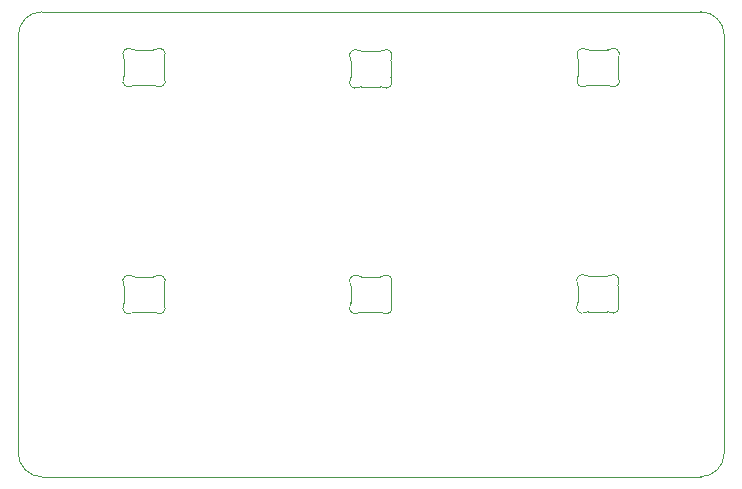
<source format=gm1>
G04 #@! TF.GenerationSoftware,KiCad,Pcbnew,(7.0.0)*
G04 #@! TF.CreationDate,2023-09-09T12:15:39-05:00*
G04 #@! TF.ProjectId,6_key_macro_pad_V1,365f6b65-795f-46d6-9163-726f5f706164,rev?*
G04 #@! TF.SameCoordinates,Original*
G04 #@! TF.FileFunction,Profile,NP*
%FSLAX46Y46*%
G04 Gerber Fmt 4.6, Leading zero omitted, Abs format (unit mm)*
G04 Created by KiCad (PCBNEW (7.0.0)) date 2023-09-09 12:15:39*
%MOMM*%
%LPD*%
G01*
G04 APERTURE LIST*
G04 #@! TA.AperFunction,Profile*
%ADD10C,0.100000*%
G04 #@! TD*
G04 APERTURE END LIST*
D10*
X156622078Y-107603221D02*
G75*
G03*
X158622014Y-109603222I1999922J-79D01*
G01*
X214393585Y-109603185D02*
G75*
G03*
X216393585Y-107603222I15J1999985D01*
G01*
X216393550Y-72231650D02*
G75*
G03*
X214393585Y-70231650I-1999950J50D01*
G01*
X214393585Y-70231650D02*
X158622013Y-70231650D01*
X216393585Y-72231650D02*
X216393585Y-107603222D01*
X158622013Y-70231713D02*
G75*
G03*
X156622013Y-72231650I-13J-1999987D01*
G01*
X156622013Y-72231650D02*
X156622013Y-107603221D01*
X158622014Y-109603222D02*
X214393585Y-109603222D01*
X184768586Y-75770285D02*
X184768586Y-74364601D01*
X185674133Y-73567444D02*
X187263038Y-73567444D01*
X187263037Y-76567443D02*
X185674133Y-76567443D01*
X188168584Y-74364601D02*
X188168584Y-75770285D01*
X184768585Y-74364601D02*
G75*
G03*
X184719100Y-74147723I-499989J2D01*
G01*
X185421874Y-73499145D02*
G75*
G03*
X184719102Y-74147723I-252258J-431700D01*
G01*
X184719101Y-75987163D02*
G75*
G03*
X184768586Y-75770286I-450505J216876D01*
G01*
X184719102Y-75987164D02*
G75*
G03*
X185421874Y-76635739I450514J-216876D01*
G01*
X185674133Y-76567443D02*
G75*
G03*
X185421875Y-76635742I3J-500009D01*
G01*
X185421874Y-73499144D02*
G75*
G03*
X185674132Y-73567443I252261J431710D01*
G01*
X187515296Y-76635742D02*
G75*
G03*
X187263037Y-76567443I-252261J-431712D01*
G01*
X187263038Y-73567443D02*
G75*
G03*
X187515295Y-73499144I-3J500009D01*
G01*
X188218068Y-74147722D02*
G75*
G03*
X187515296Y-73499146I-450513J216878D01*
G01*
X188218070Y-74147724D02*
G75*
G03*
X188168584Y-74364600I450905J-216970D01*
G01*
X187515295Y-76635744D02*
G75*
G03*
X188218068Y-75987162I252260J431700D01*
G01*
X188168597Y-75770285D02*
G75*
G03*
X188218070Y-75987163I500288J41D01*
G01*
X165568586Y-75670285D02*
X165568586Y-74264601D01*
X166474133Y-73467444D02*
X168063038Y-73467444D01*
X168063037Y-76467443D02*
X166474133Y-76467443D01*
X168968584Y-74264601D02*
X168968584Y-75670285D01*
X165568585Y-74264601D02*
G75*
G03*
X165519100Y-74047723I-499989J2D01*
G01*
X166221874Y-73399145D02*
G75*
G03*
X165519102Y-74047723I-252258J-431700D01*
G01*
X165519101Y-75887163D02*
G75*
G03*
X165568586Y-75670286I-450505J216876D01*
G01*
X165519102Y-75887164D02*
G75*
G03*
X166221874Y-76535739I450514J-216876D01*
G01*
X166474133Y-76467443D02*
G75*
G03*
X166221875Y-76535742I3J-500009D01*
G01*
X166221874Y-73399144D02*
G75*
G03*
X166474132Y-73467443I252261J431710D01*
G01*
X168315296Y-76535742D02*
G75*
G03*
X168063037Y-76467443I-252261J-431712D01*
G01*
X168063038Y-73467443D02*
G75*
G03*
X168315295Y-73399144I-3J500009D01*
G01*
X169018068Y-74047722D02*
G75*
G03*
X168315296Y-73399146I-450513J216878D01*
G01*
X169018070Y-74047724D02*
G75*
G03*
X168968584Y-74264600I450905J-216970D01*
G01*
X168315295Y-76535744D02*
G75*
G03*
X169018068Y-75887162I252260J431700D01*
G01*
X168968597Y-75670285D02*
G75*
G03*
X169018070Y-75887163I500288J41D01*
G01*
X204018586Y-75670285D02*
X204018586Y-74264601D01*
X204924133Y-73467444D02*
X206513038Y-73467444D01*
X206513037Y-76467443D02*
X204924133Y-76467443D01*
X207418584Y-74264601D02*
X207418584Y-75670285D01*
X204018585Y-74264601D02*
G75*
G03*
X203969100Y-74047723I-499989J2D01*
G01*
X204671874Y-73399145D02*
G75*
G03*
X203969102Y-74047723I-252258J-431700D01*
G01*
X203969101Y-75887163D02*
G75*
G03*
X204018586Y-75670286I-450505J216876D01*
G01*
X203969102Y-75887164D02*
G75*
G03*
X204671874Y-76535739I450514J-216876D01*
G01*
X204924133Y-76467443D02*
G75*
G03*
X204671875Y-76535742I3J-500009D01*
G01*
X204671874Y-73399144D02*
G75*
G03*
X204924132Y-73467443I252261J431710D01*
G01*
X206765296Y-76535742D02*
G75*
G03*
X206513037Y-76467443I-252261J-431712D01*
G01*
X206513038Y-73467443D02*
G75*
G03*
X206765295Y-73399144I-3J500009D01*
G01*
X207468068Y-74047722D02*
G75*
G03*
X206765296Y-73399146I-450513J216878D01*
G01*
X207468070Y-74047724D02*
G75*
G03*
X207418584Y-74264600I450905J-216970D01*
G01*
X206765295Y-76535744D02*
G75*
G03*
X207468068Y-75887162I252260J431700D01*
G01*
X207418597Y-75670285D02*
G75*
G03*
X207468070Y-75887163I500288J41D01*
G01*
X188168584Y-93464603D02*
X188168584Y-94870287D01*
X187263037Y-95667444D02*
X185674132Y-95667444D01*
X185674133Y-92667445D02*
X187263037Y-92667445D01*
X184768586Y-94870287D02*
X184768586Y-93464603D01*
X188168585Y-94870287D02*
G75*
G03*
X188218070Y-95087165I499989J-2D01*
G01*
X187515296Y-95735743D02*
G75*
G03*
X188218068Y-95087165I252258J431700D01*
G01*
X188218069Y-93247725D02*
G75*
G03*
X188168584Y-93464602I450505J-216876D01*
G01*
X188218068Y-93247724D02*
G75*
G03*
X187515296Y-92599149I-450514J216876D01*
G01*
X187263037Y-92667445D02*
G75*
G03*
X187515295Y-92599146I-3J500009D01*
G01*
X187515296Y-95735744D02*
G75*
G03*
X187263038Y-95667445I-252261J-431710D01*
G01*
X185421874Y-92599146D02*
G75*
G03*
X185674133Y-92667445I252261J431712D01*
G01*
X185674132Y-95667445D02*
G75*
G03*
X185421875Y-95735744I3J-500009D01*
G01*
X184719102Y-95087166D02*
G75*
G03*
X185421874Y-95735742I450513J-216878D01*
G01*
X184719100Y-95087164D02*
G75*
G03*
X184768586Y-94870288I-450905J216970D01*
G01*
X185421875Y-92599144D02*
G75*
G03*
X184719102Y-93247726I-252260J-431700D01*
G01*
X184768573Y-93464603D02*
G75*
G03*
X184719100Y-93247725I-500288J-41D01*
G01*
X207393584Y-93414603D02*
X207393584Y-94820287D01*
X206488037Y-95617444D02*
X204899132Y-95617444D01*
X204899133Y-92617445D02*
X206488037Y-92617445D01*
X203993586Y-94820287D02*
X203993586Y-93414603D01*
X207393585Y-94820287D02*
G75*
G03*
X207443070Y-95037165I499989J-2D01*
G01*
X206740296Y-95685743D02*
G75*
G03*
X207443068Y-95037165I252258J431700D01*
G01*
X207443069Y-93197725D02*
G75*
G03*
X207393584Y-93414602I450505J-216876D01*
G01*
X207443068Y-93197724D02*
G75*
G03*
X206740296Y-92549149I-450514J216876D01*
G01*
X206488037Y-92617445D02*
G75*
G03*
X206740295Y-92549146I-3J500009D01*
G01*
X206740296Y-95685744D02*
G75*
G03*
X206488038Y-95617445I-252261J-431710D01*
G01*
X204646874Y-92549146D02*
G75*
G03*
X204899133Y-92617445I252261J431712D01*
G01*
X204899132Y-95617445D02*
G75*
G03*
X204646875Y-95685744I3J-500009D01*
G01*
X203944102Y-95037166D02*
G75*
G03*
X204646874Y-95685742I450513J-216878D01*
G01*
X203944100Y-95037164D02*
G75*
G03*
X203993586Y-94820288I-450905J216970D01*
G01*
X204646875Y-92549144D02*
G75*
G03*
X203944102Y-93197726I-252260J-431700D01*
G01*
X203993573Y-93414603D02*
G75*
G03*
X203944100Y-93197725I-500288J-41D01*
G01*
X168968584Y-93464603D02*
X168968584Y-94870287D01*
X168063037Y-95667444D02*
X166474132Y-95667444D01*
X166474133Y-92667445D02*
X168063037Y-92667445D01*
X165568586Y-94870287D02*
X165568586Y-93464603D01*
X168968585Y-94870287D02*
G75*
G03*
X169018070Y-95087165I499989J-2D01*
G01*
X168315296Y-95735743D02*
G75*
G03*
X169018068Y-95087165I252258J431700D01*
G01*
X169018069Y-93247725D02*
G75*
G03*
X168968584Y-93464602I450505J-216876D01*
G01*
X169018068Y-93247724D02*
G75*
G03*
X168315296Y-92599149I-450514J216876D01*
G01*
X168063037Y-92667445D02*
G75*
G03*
X168315295Y-92599146I-3J500009D01*
G01*
X168315296Y-95735744D02*
G75*
G03*
X168063038Y-95667445I-252261J-431710D01*
G01*
X166221874Y-92599146D02*
G75*
G03*
X166474133Y-92667445I252261J431712D01*
G01*
X166474132Y-95667445D02*
G75*
G03*
X166221875Y-95735744I3J-500009D01*
G01*
X165519102Y-95087166D02*
G75*
G03*
X166221874Y-95735742I450513J-216878D01*
G01*
X165519100Y-95087164D02*
G75*
G03*
X165568586Y-94870288I-450905J216970D01*
G01*
X166221875Y-92599144D02*
G75*
G03*
X165519102Y-93247726I-252260J-431700D01*
G01*
X165568573Y-93464603D02*
G75*
G03*
X165519100Y-93247725I-500288J-41D01*
G01*
M02*

</source>
